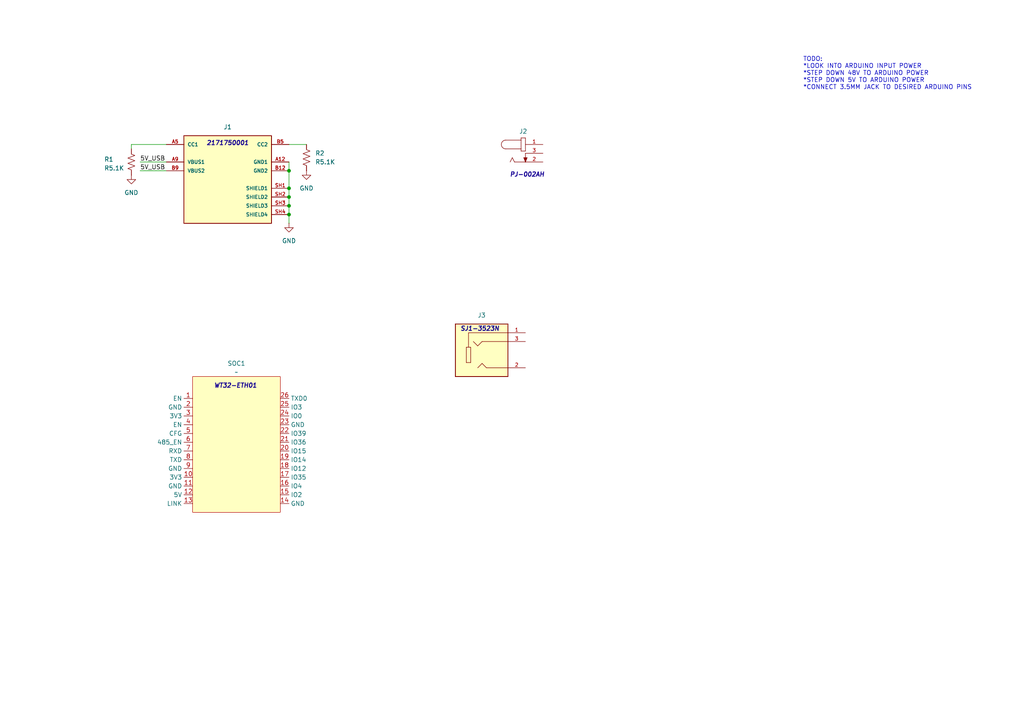
<source format=kicad_sch>
(kicad_sch (version 20250114) (generator "eeschema") (generator_version "9.0")
  (paper "A4")
  (lib_symbols
    (symbol "power:GND" (power) (pin_numbers (hide yes)) (pin_names (offset 0) (hide yes))
      (property "Value" "GND" (at 0 -3.81 0))
      (symbol "GND_0_1"
        (polyline (pts (xy 0 0) (xy 0 -1.27) (xy 1.27 -1.27) (xy 0 -2.54) (xy -1.27 -1.27) (xy 0 -1.27)))
      )
      (symbol "GND_1_1"
        (pin power_in line (at 0 0 270) (length 0) (name "~") (number "1"))
      )
    )
    (symbol "symbol_library:2171750001" (pin_names (offset 1.016))
      (property "Reference" "J" (at -12.7 13.2842 0))
      (symbol "2171750001_0_0"
        (rectangle (start -12.7 -12.7) (end 12.7 12.7) (stroke (width 0.254)) (fill (type background)))
        (pin bidirectional line (at -17.78 10.16 0) (length 5.08) (name "CC1") (number "A5"))
        (pin power_in line (at -17.78 5.08 0) (length 5.08) (name "VBUS1") (number "A9"))
        (pin power_in line (at -17.78 2.54 0) (length 5.08) (name "VBUS2") (number "B9"))
        (pin bidirectional line (at 17.78 10.16 180) (length 5.08) (name "CC2") (number "B5"))
        (pin power_in line (at 17.78 5.08 180) (length 5.08) (name "GND1") (number "A12"))
        (pin power_in line (at 17.78 2.54 180) (length 5.08) (name "GND2") (number "B12"))
        (pin passive line (at 17.78 -2.54 180) (length 5.08) (name "SHIELD1") (number "SH1"))
        (pin passive line (at 17.78 -5.08 180) (length 5.08) (name "SHIELD2") (number "SH2"))
        (pin passive line (at 17.78 -7.62 180) (length 5.08) (name "SHIELD3") (number "SH3"))
        (pin passive line (at 17.78 -10.16 180) (length 5.08) (name "SHIELD4") (number "SH4"))
      )
      (symbol "2171750001_1_1"
        (text "2171750001" (at 0 10.668 0) (effects (font (size 1.27 1.27) (thickness 0.254) (bold yes) (italic yes))))
      )
    )
    (symbol "symbol_library:PJ-002AH" (pin_names (offset 1.016))
      (property "Reference" "J" (at -7.6272 5.0848 0))
      (symbol "PJ-002AH_0_0"
        (polyline (pts (xy -5.715 3.81) (xy -1.27 3.81)) (stroke (width 0.1524)))
        (arc (start -5.715 1.27) (mid -6.9794 2.54) (end -5.715 3.81) (stroke (width 0.1524)))
        (polyline (pts (xy -3.81 -1.27) (xy -4.445 -2.54)) (stroke (width 0.1524)))
        (polyline (pts (xy -3.175 -2.54) (xy -3.81 -1.27)) (stroke (width 0.1524)))
        (polyline (pts (xy -1.27 4.445) (xy -1.27 3.81)) (stroke (width 0.1524)))
        (polyline (pts (xy -1.27 3.81) (xy -1.27 1.27)) (stroke (width 0.1524)))
        (polyline (pts (xy -1.27 1.27) (xy -5.715 1.27)) (stroke (width 0.1524)))
        (polyline (pts (xy -1.27 1.27) (xy -1.27 0.635)) (stroke (width 0.1524)))
        (polyline (pts (xy -1.27 0.635) (xy 0 0.635)) (stroke (width 0.1524)))
        (polyline (pts (xy 0 4.445) (xy -1.27 4.445)) (stroke (width 0.1524)))
        (polyline (pts (xy 0 0.635) (xy 0 4.445)) (stroke (width 0.1524)))
        (polyline (pts (xy 0 0) (xy 0 -2.54)) (stroke (width 0.1524)))
        (polyline (pts (xy 0 -2.54) (xy -3.175 -2.54)) (stroke (width 0.1524)))
        (polyline (pts (xy 0 -2.54) (xy -0.508 -1.27) (xy 0.508 -1.27) (xy 0 -2.54)) (stroke (width 0.1524)) (fill (type outline)))
        (pin passive line (at 5.08 2.54 180) (length 5.08) (name "~") (number "1"))
        (pin passive line (at 5.08 0 180) (length 5.08) (name "~") (number "3"))
        (pin passive line (at 5.08 -2.54 180) (length 5.08) (name "~") (number "2"))
      )
      (symbol "PJ-002AH_1_1"
        (text "PJ-002AH" (at 0.508 -6.096 0) (effects (font (size 1.27 1.27) (thickness 0.254) (bold yes) (italic yes))))
      )
    )
    (symbol "symbol_library:R5.1K" (pin_numbers (hide yes)) (pin_names (offset 0))
      (property "Reference" "R" (at 2.54 0 90))
      (property "Value" "R5.1K" (at -2.54 0 90))
      (symbol "R5.1K_0_1"
        (polyline (pts (xy 0 2.286) (xy 0 2.54)))
        (polyline (pts (xy 0 2.286) (xy 1.016 1.905) (xy 0 1.524) (xy -1.016 1.143) (xy 0 0.762)))
        (polyline (pts (xy 0 0.762) (xy 1.016 0.381) (xy 0 0) (xy -1.016 -0.381) (xy 0 -0.762)))
        (polyline (pts (xy 0 -0.762) (xy 1.016 -1.143) (xy 0 -1.524) (xy -1.016 -1.905) (xy 0 -2.286)))
        (polyline (pts (xy 0 -2.286) (xy 0 -2.54)))
      )
      (symbol "R5.1K_1_1"
        (pin passive line (at 0 3.81 270) (length 1.27) (name "~") (number "1"))
        (pin passive line (at 0 -3.81 90) (length 1.27) (name "~") (number "2"))
      )
    )
    (symbol "symbol_library:SJ1-3523N" (pin_names (offset 1.016))
      (property "Reference" "J" (at -7.62 8.382 0))
      (symbol "SJ1-3523N_0_0"
        (rectangle (start -7.62 -7.62) (end 7.62 7.62) (stroke (width 0.254)) (fill (type background)))
        (polyline (pts (xy -4.445 0.889) (xy -3.81 0.889)) (stroke (width 0.1524)))
        (polyline (pts (xy -4.445 -3.556) (xy -4.445 0.889)) (stroke (width 0.1524)))
        (polyline (pts (xy -3.81 5.08) (xy -3.81 0.889)) (stroke (width 0.1524)))
        (polyline (pts (xy -3.81 0.889) (xy -3.175 0.889)) (stroke (width 0.1524)))
        (polyline (pts (xy -3.175 0.889) (xy -3.175 -3.556)) (stroke (width 0.1524)))
        (polyline (pts (xy -3.175 -3.556) (xy -4.445 -3.556)) (stroke (width 0.1524)))
        (polyline (pts (xy -1.143 1.27) (xy -2.413 2.54)) (stroke (width 0.1524)))
        (polyline (pts (xy 0.127 2.54) (xy -1.143 1.27)) (stroke (width 0.1524)))
        (polyline (pts (xy 0.127 -3.81) (xy -1.143 -5.08)) (stroke (width 0.1524)))
        (polyline (pts (xy 1.397 -5.08) (xy 0.127 -3.81)) (stroke (width 0.1524)))
        (polyline (pts (xy 7.62 5.08) (xy -3.81 5.08)) (stroke (width 0.1524)))
        (polyline (pts (xy 7.62 2.54) (xy 0.127 2.54)) (stroke (width 0.1524)))
        (polyline (pts (xy 7.62 -5.08) (xy 1.397 -5.08)) (stroke (width 0.1524)))
        (pin passive line (at 12.7 5.08 180) (length 5.08) (name "~") (number "1"))
        (pin passive line (at 12.7 2.54 180) (length 5.08) (name "~") (number "3"))
        (pin passive line (at 12.7 -5.08 180) (length 5.08) (name "~") (number "2"))
      )
      (symbol "SJ1-3523N_1_1"
        (text "SJ1-3523N" (at -0.508 6.35 0) (effects (font (size 1.27 1.27) (thickness 0.254) (bold yes) (italic yes))))
      )
    )
    (symbol "symbol_library:WT32-ETH01"
      (property "Reference" "SOC" (at -0.254 -12.954 0))
      (symbol "WT32-ETH01_1_1"
        (rectangle (start -12.7 27.94) (end 12.7 -11.43) (stroke (width 0) (color 180 9 0 1)) (fill (type background)))
        (text "WT32-ETH01" (at -0.254 25.4 0) (effects (font (size 1.27 1.27) (thickness 0.254) (bold yes) (italic yes))))
        (pin bidirectional line (at -12.7 21.59 180) (length 2.54) (name "EN") (number "1"))
        (pin passive line (at -12.7 19.05 180) (length 2.54) (name "GND") (number "2"))
        (pin passive line (at -12.7 16.51 180) (length 2.54) (name "3V3") (number "3"))
        (pin bidirectional line (at -12.7 13.97 180) (length 2.54) (name "EN") (number "4"))
        (pin bidirectional line (at -12.7 11.43 180) (length 2.54) (name "CFG") (number "5"))
        (pin bidirectional line (at -12.7 8.89 180) (length 2.54) (name "485_EN") (number "6"))
        (pin bidirectional line (at -12.7 6.35 180) (length 2.54) (name "RXD") (number "7"))
        (pin bidirectional line (at -12.7 3.81 180) (length 2.54) (name "TXD") (number "8"))
        (pin passive line (at -12.7 1.27 180) (length 2.54) (name "GND") (number "9"))
        (pin passive line (at -12.7 -1.27 180) (length 2.54) (name "3V3") (number "10"))
        (pin passive line (at -12.7 -3.81 180) (length 2.54) (name "GND") (number "11"))
        (pin passive line (at -12.7 -6.35 180) (length 2.54) (name "5V") (number "12"))
        (pin bidirectional line (at -12.7 -8.89 180) (length 2.54) (name "LINK") (number "13"))
        (pin bidirectional line (at 12.7 21.59 0) (length 2.54) (name "TXD0") (number "26"))
        (pin bidirectional line (at 12.7 19.05 0) (length 2.54) (name "IO3") (number "25"))
        (pin bidirectional line (at 12.7 16.51 0) (length 2.54) (name "IO0") (number "24"))
        (pin passive line (at 12.7 13.97 0) (length 2.54) (name "GND") (number "23"))
        (pin input line (at 12.7 11.43 0) (length 2.54) (name "IO39") (number "22"))
        (pin input line (at 12.7 8.89 0) (length 2.54) (name "IO36") (number "21"))
        (pin bidirectional line (at 12.7 6.35 0) (length 2.54) (name "IO15") (number "20"))
        (pin bidirectional line (at 12.7 3.81 0) (length 2.54) (name "IO14") (number "19"))
        (pin bidirectional line (at 12.7 1.27 0) (length 2.54) (name "IO12") (number "18"))
        (pin input line (at 12.7 -1.27 0) (length 2.54) (name "IO35") (number "17"))
        (pin bidirectional line (at 12.7 -3.81 0) (length 2.54) (name "IO4") (number "16"))
        (pin bidirectional line (at 12.7 -6.35 0) (length 2.54) (name "IO2") (number "15"))
        (pin passive line (at 12.7 -8.89 0) (length 2.54) (name "GND") (number "14"))
      )
    )
  )
  (text "TODO:\n*LOOK INTO ARDUINO INPUT POWER\n*STEP DOWN 48V TO ARDUINO POWER\n*STEP DOWN 5V TO ARDUINO POWER\n*CONNECT 3.5MM JACK TO DESIRED ARDUINO PINS" (at 232.918 21.336 0) (effects (font (size 1.27 1.27)) (justify left)))
  (junction (at 83.82 49.53))
  (junction (at 83.82 54.61))
  (junction (at 83.82 59.69))
  (junction (at 83.82 57.15))
  (junction (at 83.82 62.23))
  (wire (pts (xy 83.82 46.99) (xy 83.82 49.53)))
  (wire (pts (xy 40.64 49.53) (xy 48.26 49.53)))
  (wire (pts (xy 40.64 46.99) (xy 48.26 46.99)))
  (wire (pts (xy 83.82 41.91) (xy 88.9 41.91)))
  (wire (pts (xy 83.82 59.69) (xy 83.82 62.23)))
  (wire (pts (xy 48.26 41.91) (xy 38.1 41.91)))
  (wire (pts (xy 83.82 57.15) (xy 83.82 59.69)))
  (wire (pts (xy 38.1 41.91) (xy 38.1 43.18)))
  (wire (pts (xy 83.82 62.23) (xy 83.82 64.77)))
  (wire (pts (xy 83.82 49.53) (xy 83.82 54.61)))
  (wire (pts (xy 83.82 54.61) (xy 83.82 57.15)))
  (label "5V_USB" (at 40.64 46.99 0))
  (label "5V_USB" (at 40.64 49.53 0))
  (symbol (lib_id "power:GND") (at 88.9 49.53 0) (unit 1)
    (property "Reference" "#PWR02" (effects (hide yes)))
    (property "Value" "GND" (at 88.9 54.61 0))
    (property "Description" "Power symbol creates a global label with name \"GND\" , ground" (effects (hide yes)))
  )
  (symbol (lib_id "symbol_library:PJ-002AH") (at 152.4 44.45 0) (unit 1)
    (property "Reference" "J2" (at 151.7573 38.1 0))
    (property "Value" "PJ-002AH" (effects (hide yes)))
    (property "Footprint" "footprint_library:PJ-002AH" (effects (hide yes)))
    (property "Datasheet" "https://www.sameskydevices.com/product/resource/pj-002ah.pdf" (effects (hide yes)))
    (property "Description" "BARREL JACK 2.1 X 5.5" (effects (hide yes)))
    (property "MANUFACTURER" "CUI INC" (effects (hide yes)))
    (property "STANDARD" "Manufacturer recommendations" (effects (hide yes)))
  )
  (symbol (lib_id "symbol_library:R5.1K") (at 88.9 45.72 0) (unit 1)
    (property "Reference" "R2" (at 91.44 44.4499 0) (effects (justify left)))
    (property "Value" "R5.1K" (at 91.44 46.9899 0) (effects (justify left)))
    (property "Footprint" "Resistor_SMD:R_1206_3216Metric" (effects (hide yes)))
    (property "Datasheet" "https://www.vishay.com/docs/20035/dcrcwe3.pdf" (effects (hide yes)))
    (property "Description" "5.1Kohm resistor 1206" (effects (hide yes)))
    (property "Digikey" "https://www.digikey.com/en/products/detail/vishay-dale/CRCW12065K10FKEA/1176724" (effects (hide yes)))
    (property "PN" "CRCW12065K10FKEA" (effects (hide yes)))
  )
  (symbol (lib_id "power:GND") (at 38.1 50.8 0) (unit 1)
    (property "Reference" "#PWR03" (effects (hide yes)))
    (property "Value" "GND" (at 38.1 55.88 0))
    (property "Description" "Power symbol creates a global label with name \"GND\" , ground" (effects (hide yes)))
  )
  (symbol (lib_id "symbol_library:SJ1-3523N") (at 139.7 101.6 0) (unit 1)
    (property "Reference" "J3" (at 139.7 91.44 0))
    (property "Value" "SJ1-3523N" (effects (hide yes)))
    (property "Footprint" "footprint_library:CUI_SJ1-3523N" (effects (hide yes)))
    (property "Datasheet" "https://www.sameskydevices.com/product/resource/sj1-352xn.pdf" (effects (hide yes)))
    (property "Description" "AUDIO JACK 3.5MM 3P" (effects (hide yes)))
    (property "PARTREV" "1.05" (effects (hide yes)))
    (property "STANDARD" "Manufacturer Recommendations" (effects (hide yes)))
    (property "MAXIMUM_PACKAGE_HEIGHT" "6.25 mm" (effects (hide yes)))
    (property "MANUFACTURER" "CUI Devices" (effects (hide yes)))
  )
  (symbol (lib_id "symbol_library:R5.1K") (at 38.1 46.99 0) (unit 1)
    (property "Reference" "R1" (at 30.226 46.228 0) (effects (justify left)))
    (property "Value" "R5.1K" (at 30.226 48.768 0) (effects (justify left)))
    (property "Footprint" "Resistor_SMD:R_1206_3216Metric" (effects (hide yes)))
    (property "Datasheet" "https://www.vishay.com/docs/20035/dcrcwe3.pdf" (effects (hide yes)))
    (property "Description" "5.1Kohm resistor 1206" (effects (hide yes)))
    (property "Digikey" "https://www.digikey.com/en/products/detail/vishay-dale/CRCW12065K10FKEA/1176724" (effects (hide yes)))
    (property "PN" "CRCW12065K10FKEA" (effects (hide yes)))
  )
  (symbol (lib_id "power:GND") (at 83.82 64.77 0) (unit 1)
    (property "Reference" "#PWR01" (effects (hide yes)))
    (property "Value" "GND" (at 83.82 69.85 0))
    (property "Description" "Power symbol creates a global label with name \"GND\" , ground" (effects (hide yes)))
  )
  (symbol (lib_id "symbol_library:2171750001") (at 66.04 52.07 0) (unit 1)
    (property "Reference" "J1" (at 66.04 36.83 0))
    (property "Value" "2171750001" (effects (hide yes)))
    (property "Footprint" "footprint_library:MOLEX_2171750001" (effects (hide yes)))
    (property "Datasheet" "https://www.molex.com/en-us/products/part-detail-pdf/2171750001?display=pdf" (effects (hide yes)))
    (property "Description" "USB C CONNECTOR 6P" (effects (hide yes)))
    (property "PARTREV" "A1" (effects (hide yes)))
    (property "STANDARD" "Manufacturer Recommendations" (effects (hide yes)))
    (property "OPTION" "MOLEX_CONFIG" (effects (hide yes)))
    (property "MAXIMUM_PACKAGE_HEIGHT" "3.26mm" (effects (hide yes)))
    (property "MANUFACTURER" "Molex" (effects (hide yes)))
  )
  (symbol (lib_id "symbol_library:WT32-ETH01") (at 68.58 137.16 0) (unit 1)
    (property "Reference" "SOC1" (at 68.58 105.41 0))
    (property "Value" "~" (at 68.58 107.95 0))
    (property "Footprint" "footprint_library:WT32-ETH01" (effects (hide yes)))
    (property "Datasheet" "kicad-embed://WT32-ETH01_datasheet_V1.1- en.pdf" (effects (hide yes)))
    (property "Description" "ARDUINO" (effects (hide yes)))
  )
)
</source>
